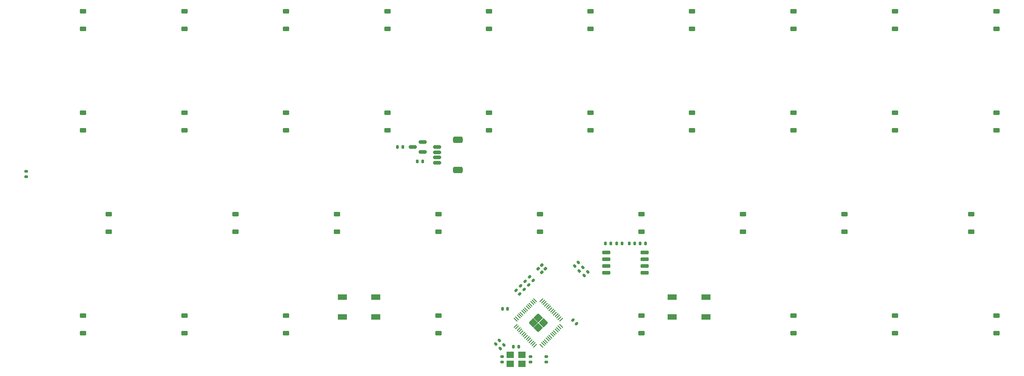
<source format=gbp>
%TF.GenerationSoftware,KiCad,Pcbnew,8.0.5*%
%TF.CreationDate,2024-10-22T20:48:18-04:00*%
%TF.ProjectId,alpha,616c7068-612e-46b6-9963-61645f706362,rev?*%
%TF.SameCoordinates,PX1c62fe0PY650e7e0*%
%TF.FileFunction,Paste,Bot*%
%TF.FilePolarity,Positive*%
%FSLAX46Y46*%
G04 Gerber Fmt 4.6, Leading zero omitted, Abs format (unit mm)*
G04 Created by KiCad (PCBNEW 8.0.5) date 2024-10-22 20:48:18*
%MOMM*%
%LPD*%
G01*
G04 APERTURE LIST*
G04 Aperture macros list*
%AMRoundRect*
0 Rectangle with rounded corners*
0 $1 Rounding radius*
0 $2 $3 $4 $5 $6 $7 $8 $9 X,Y pos of 4 corners*
0 Add a 4 corners polygon primitive as box body*
4,1,4,$2,$3,$4,$5,$6,$7,$8,$9,$2,$3,0*
0 Add four circle primitives for the rounded corners*
1,1,$1+$1,$2,$3*
1,1,$1+$1,$4,$5*
1,1,$1+$1,$6,$7*
1,1,$1+$1,$8,$9*
0 Add four rect primitives between the rounded corners*
20,1,$1+$1,$2,$3,$4,$5,0*
20,1,$1+$1,$4,$5,$6,$7,0*
20,1,$1+$1,$6,$7,$8,$9,0*
20,1,$1+$1,$8,$9,$2,$3,0*%
%AMFreePoly0*
4,1,19,0.563745,0.600348,0.608674,0.548496,0.619677,0.497915,0.619677,-0.497915,0.600348,-0.563745,0.548496,-0.608674,0.497915,-0.619677,-0.497915,-0.619677,-0.563745,-0.600348,-0.608674,-0.548496,-0.619677,-0.497915,-0.619677,0.397045,-0.600348,0.462875,-0.584014,0.483144,-0.483144,0.584014,-0.422927,0.616893,-0.397045,0.619677,0.497915,0.619677,0.563745,0.600348,0.563745,0.600348,
$1*%
%AMFreePoly1*
4,1,19,0.563745,0.600348,0.608674,0.548496,0.619677,0.497915,0.619677,-0.497915,0.600348,-0.563745,0.548496,-0.608674,0.497915,-0.619677,-0.397045,-0.619677,-0.462875,-0.600348,-0.483144,-0.584014,-0.584014,-0.483144,-0.616893,-0.422927,-0.619677,-0.397045,-0.619677,0.497915,-0.600348,0.563745,-0.548496,0.608674,-0.497915,0.619677,0.497915,0.619677,0.563745,0.600348,0.563745,0.600348,
$1*%
%AMFreePoly2*
4,1,19,0.462875,0.600348,0.483144,0.584014,0.584014,0.483144,0.616893,0.422927,0.619677,0.397045,0.619677,-0.497915,0.600348,-0.563745,0.548496,-0.608674,0.497915,-0.619677,-0.497915,-0.619677,-0.563745,-0.600348,-0.608674,-0.548496,-0.619677,-0.497915,-0.619677,0.497915,-0.600348,0.563745,-0.548496,0.608674,-0.497915,0.619677,0.397045,0.619677,0.462875,0.600348,0.462875,0.600348,
$1*%
%AMFreePoly3*
4,1,19,0.563745,0.600348,0.608674,0.548496,0.619677,0.497915,0.619677,-0.397045,0.600348,-0.462875,0.584014,-0.483144,0.483144,-0.584014,0.422927,-0.616893,0.397045,-0.619677,-0.497915,-0.619677,-0.563745,-0.600348,-0.608674,-0.548496,-0.619677,-0.497915,-0.619677,0.497915,-0.600348,0.563745,-0.548496,0.608674,-0.497915,0.619677,0.497915,0.619677,0.563745,0.600348,0.563745,0.600348,
$1*%
G04 Aperture macros list end*
%ADD10RoundRect,0.140000X0.219203X0.021213X0.021213X0.219203X-0.219203X-0.021213X-0.021213X-0.219203X0*%
%ADD11RoundRect,0.225000X0.375000X-0.225000X0.375000X0.225000X-0.375000X0.225000X-0.375000X-0.225000X0*%
%ADD12RoundRect,0.140000X-0.021213X0.219203X-0.219203X0.021213X0.021213X-0.219203X0.219203X-0.021213X0*%
%ADD13R,1.700000X1.000000*%
%ADD14RoundRect,0.135000X-0.135000X-0.185000X0.135000X-0.185000X0.135000X0.185000X-0.135000X0.185000X0*%
%ADD15RoundRect,0.140000X0.140000X0.170000X-0.140000X0.170000X-0.140000X-0.170000X0.140000X-0.170000X0*%
%ADD16RoundRect,0.150000X0.650000X0.150000X-0.650000X0.150000X-0.650000X-0.150000X0.650000X-0.150000X0*%
%ADD17RoundRect,0.140000X0.170000X-0.140000X0.170000X0.140000X-0.170000X0.140000X-0.170000X-0.140000X0*%
%ADD18RoundRect,0.150000X0.587500X0.150000X-0.587500X0.150000X-0.587500X-0.150000X0.587500X-0.150000X0*%
%ADD19R,1.400000X1.200000*%
%ADD20RoundRect,0.135000X-0.226274X-0.035355X-0.035355X-0.226274X0.226274X0.035355X0.035355X0.226274X0*%
%ADD21RoundRect,0.140000X0.021213X-0.219203X0.219203X-0.021213X-0.021213X0.219203X-0.219203X0.021213X0*%
%ADD22RoundRect,0.140000X-0.170000X0.140000X-0.170000X-0.140000X0.170000X-0.140000X0.170000X0.140000X0*%
%ADD23RoundRect,0.150000X-0.625000X0.150000X-0.625000X-0.150000X0.625000X-0.150000X0.625000X0.150000X0*%
%ADD24RoundRect,0.250000X-0.650000X0.350000X-0.650000X-0.350000X0.650000X-0.350000X0.650000X0.350000X0*%
%ADD25RoundRect,0.140000X-0.140000X-0.170000X0.140000X-0.170000X0.140000X0.170000X-0.140000X0.170000X0*%
%ADD26RoundRect,0.135000X0.185000X-0.135000X0.185000X0.135000X-0.185000X0.135000X-0.185000X-0.135000X0*%
%ADD27RoundRect,0.140000X-0.219203X-0.021213X-0.021213X-0.219203X0.219203X0.021213X0.021213X0.219203X0*%
%ADD28FreePoly0,135.000000*%
%ADD29FreePoly1,135.000000*%
%ADD30FreePoly2,135.000000*%
%ADD31FreePoly3,135.000000*%
%ADD32RoundRect,0.050000X0.309359X-0.238649X-0.238649X0.309359X-0.309359X0.238649X0.238649X-0.309359X0*%
%ADD33RoundRect,0.050000X0.309359X0.238649X0.238649X0.309359X-0.309359X-0.238649X-0.238649X-0.309359X0*%
G04 APERTURE END LIST*
D10*
%TO.C,C_3V-Decoup1*%
X94408022Y14338557D03*
X93729200Y15017379D03*
%TD*%
D11*
%TO.C,D28*%
X179188912Y26032008D03*
X179188912Y29332008D03*
%TD*%
%TO.C,D30*%
X31551536Y6982023D03*
X31551536Y10282023D03*
%TD*%
D12*
%TO.C,C_3V-Decoup6*%
X91422147Y4804250D03*
X90743325Y4125428D03*
%TD*%
D11*
%TO.C,D11*%
X12501552Y45081994D03*
X12501552Y48381994D03*
%TD*%
D13*
%TO.C,SW2*%
X123056146Y10006239D03*
X129356144Y10006239D03*
X123056146Y13806239D03*
X129356144Y13806239D03*
%TD*%
D11*
%TO.C,D36*%
X183951408Y6982023D03*
X183951408Y10282023D03*
%TD*%
D14*
%TO.C,R_Crystal1*%
X93251641Y4464839D03*
X94271639Y4464839D03*
%TD*%
D15*
%TO.C,C_LD2*%
X76199937Y39290591D03*
X75239937Y39290591D03*
%TD*%
D11*
%TO.C,D33*%
X117276464Y6982023D03*
X117276464Y10282023D03*
%TD*%
D16*
%TO.C,U2*%
X117899904Y22145608D03*
X117899904Y20875608D03*
X117899904Y19605608D03*
X117899904Y18335608D03*
X110699904Y18335608D03*
X110699904Y19605608D03*
X110699904Y20875608D03*
X110699904Y22145608D03*
%TD*%
D11*
%TO.C,D4*%
X69651504Y64131975D03*
X69651504Y67431975D03*
%TD*%
D14*
%TO.C,R_Flash2*%
X114980529Y23812479D03*
X116000527Y23812479D03*
%TD*%
D15*
%TO.C,C_LD1*%
X72468219Y41981215D03*
X71508219Y41981215D03*
%TD*%
D11*
%TO.C,D2*%
X31551536Y64131976D03*
X31551536Y67431976D03*
%TD*%
D10*
%TO.C,C_3V-Decoup2*%
X96091818Y16022353D03*
X95412996Y16701175D03*
%TD*%
D11*
%TO.C,D21*%
X41076528Y26032008D03*
X41076528Y29332008D03*
%TD*%
%TO.C,D9*%
X164901424Y64131976D03*
X164901424Y67431976D03*
%TD*%
D17*
%TO.C,C_Crystal1*%
X96440544Y1603591D03*
X96440544Y2563591D03*
%TD*%
D11*
%TO.C,D27*%
X155376432Y26032007D03*
X155376432Y29332007D03*
%TD*%
%TO.C,D24*%
X98226480Y26032007D03*
X98226480Y29332007D03*
%TD*%
D18*
%TO.C,U3*%
X76199936Y42931215D03*
X76199936Y41031215D03*
X74324935Y41981215D03*
%TD*%
D11*
%TO.C,D13*%
X50601520Y45081993D03*
X50601520Y48381993D03*
%TD*%
D19*
%TO.C,Y1*%
X92661640Y2933591D03*
X94861640Y2933591D03*
X94861640Y1233591D03*
X92661640Y1233591D03*
%TD*%
D20*
%TO.C,R_DATA2*%
X97865856Y19112952D03*
X98587104Y18391704D03*
%TD*%
D21*
%TO.C,C_3V-Decoup9*%
X105626125Y18710572D03*
X106304947Y19389394D03*
%TD*%
D11*
%TO.C,D31*%
X50601520Y6982023D03*
X50601520Y10282023D03*
%TD*%
%TO.C,D18*%
X145851439Y45081993D03*
X145851439Y48381993D03*
%TD*%
D22*
%TO.C,C_3V-Decoup4*%
X99417104Y2563591D03*
X99417104Y1603591D03*
%TD*%
D11*
%TO.C,D14*%
X69651504Y45081993D03*
X69651504Y48381993D03*
%TD*%
%TO.C,D7*%
X126801456Y64131976D03*
X126801456Y67431976D03*
%TD*%
%TO.C,D35*%
X164901424Y6982023D03*
X164901424Y10282023D03*
%TD*%
%TO.C,D34*%
X145851440Y6982023D03*
X145851440Y10282023D03*
%TD*%
%TO.C,D1*%
X12501552Y64131976D03*
X12501552Y67431976D03*
%TD*%
%TO.C,D29*%
X12501552Y6982023D03*
X12501552Y10282023D03*
%TD*%
%TO.C,D20*%
X17264048Y26032008D03*
X17264048Y29332008D03*
%TD*%
%TO.C,D5*%
X88701488Y64131975D03*
X88701488Y67431975D03*
%TD*%
%TO.C,D26*%
X136326448Y26032007D03*
X136326448Y29332007D03*
%TD*%
%TO.C,D8*%
X145851440Y64131976D03*
X145851440Y67431976D03*
%TD*%
D15*
%TO.C,C_3V-Decoup8*%
X92158048Y11608583D03*
X91198048Y11608583D03*
%TD*%
D17*
%TO.C,C_Crystal2*%
X91082737Y1603591D03*
X91082737Y2563591D03*
%TD*%
D21*
%TO.C,C_3V-Decoup3*%
X104733157Y19603540D03*
X105411979Y20282362D03*
%TD*%
D11*
%TO.C,D12*%
X31551536Y45081993D03*
X31551536Y48381993D03*
%TD*%
%TO.C,D6*%
X107751472Y64131975D03*
X107751472Y67431975D03*
%TD*%
D14*
%TO.C,R_Flash1*%
X112599281Y23812479D03*
X113619279Y23812479D03*
%TD*%
D23*
%TO.C,J1*%
X78962432Y41981215D03*
X78962432Y40981215D03*
X78962432Y39981215D03*
X78962432Y38981215D03*
D24*
X82837432Y43281215D03*
X82837432Y37681215D03*
%TD*%
D11*
%TO.C,D37*%
X164901424Y45081993D03*
X164901424Y48381993D03*
%TD*%
%TO.C,D25*%
X117276464Y26032007D03*
X117276464Y29332007D03*
%TD*%
D10*
%TO.C,C_1V-Decoup3*%
X96933716Y16864251D03*
X96254894Y17543073D03*
%TD*%
D20*
%TO.C,R_DATA1*%
X98557604Y19804699D03*
X99278852Y19083451D03*
%TD*%
D11*
%TO.C,D17*%
X126801456Y45081992D03*
X126801456Y48381992D03*
%TD*%
D25*
%TO.C,C_Flash1*%
X110545688Y23812479D03*
X111505688Y23812479D03*
%TD*%
D26*
%TO.C,R_RST1*%
X1785936Y36399345D03*
X1785936Y37419343D03*
%TD*%
D11*
%TO.C,D23*%
X79176496Y26032007D03*
X79176496Y29332007D03*
%TD*%
%TO.C,D22*%
X60126511Y26032007D03*
X60126511Y29332007D03*
%TD*%
%TO.C,D15*%
X88701488Y45081993D03*
X88701488Y48381993D03*
%TD*%
D27*
%TO.C,C_3V-Decoup5*%
X104375116Y9422851D03*
X105053938Y8744029D03*
%TD*%
D10*
%TO.C,C_3V-Decoup7*%
X95249920Y15180455D03*
X94571098Y15859277D03*
%TD*%
D11*
%TO.C,D19*%
X183951408Y45081993D03*
X183951408Y48381993D03*
%TD*%
%TO.C,D10*%
X183951408Y64131976D03*
X183951408Y67431976D03*
%TD*%
D21*
%TO.C,C_1V-Decoup2*%
X106519093Y17817604D03*
X107197915Y18496426D03*
%TD*%
D11*
%TO.C,D32*%
X79176496Y6982023D03*
X79176496Y10282023D03*
%TD*%
D13*
%TO.C,SW1*%
X61143697Y10006239D03*
X67443695Y10006239D03*
X61143697Y13806239D03*
X67443695Y13806239D03*
%TD*%
D28*
%TO.C,U1*%
X97928824Y7975085D03*
D29*
X98883418Y8929679D03*
D30*
X96974230Y8929679D03*
D31*
X97928824Y9884273D03*
D32*
X102197981Y8337477D03*
X101915138Y8054634D03*
X101632296Y7771792D03*
X101349453Y7488949D03*
X101066610Y7206106D03*
X100783768Y6923264D03*
X100500925Y6640421D03*
X100218082Y6357578D03*
X99935239Y6074735D03*
X99652397Y5791893D03*
X99369554Y5509050D03*
X99086711Y5226207D03*
X98803869Y4943365D03*
X98521026Y4660522D03*
D33*
X97336622Y4660522D03*
X97053779Y4943365D03*
X96770937Y5226207D03*
X96488094Y5509050D03*
X96205251Y5791893D03*
X95922409Y6074735D03*
X95639566Y6357578D03*
X95356723Y6640421D03*
X95073880Y6923264D03*
X94791038Y7206106D03*
X94508195Y7488949D03*
X94225352Y7771792D03*
X93942510Y8054634D03*
X93659667Y8337477D03*
D32*
X93659667Y9521881D03*
X93942510Y9804724D03*
X94225352Y10087566D03*
X94508195Y10370409D03*
X94791038Y10653252D03*
X95073880Y10936094D03*
X95356723Y11218937D03*
X95639566Y11501780D03*
X95922409Y11784623D03*
X96205251Y12067465D03*
X96488094Y12350308D03*
X96770937Y12633151D03*
X97053779Y12915993D03*
X97336622Y13198836D03*
D33*
X98521026Y13198836D03*
X98803869Y12915993D03*
X99086711Y12633151D03*
X99369554Y12350308D03*
X99652397Y12067465D03*
X99935239Y11784623D03*
X100218082Y11501780D03*
X100500925Y11218937D03*
X100783768Y10936094D03*
X101066610Y10653252D03*
X101349453Y10370409D03*
X101632296Y10087566D03*
X101915138Y9804724D03*
X102197981Y9521881D03*
%TD*%
D11*
%TO.C,D3*%
X50601520Y64131976D03*
X50601520Y67431976D03*
%TD*%
D12*
%TO.C,C_1V-Decoup1*%
X90580248Y5646149D03*
X89901426Y4967327D03*
%TD*%
D11*
%TO.C,D16*%
X107751472Y45081992D03*
X107751472Y48381992D03*
%TD*%
D14*
%TO.C,R_Flash3*%
X117064121Y23812479D03*
X118084119Y23812479D03*
%TD*%
M02*

</source>
